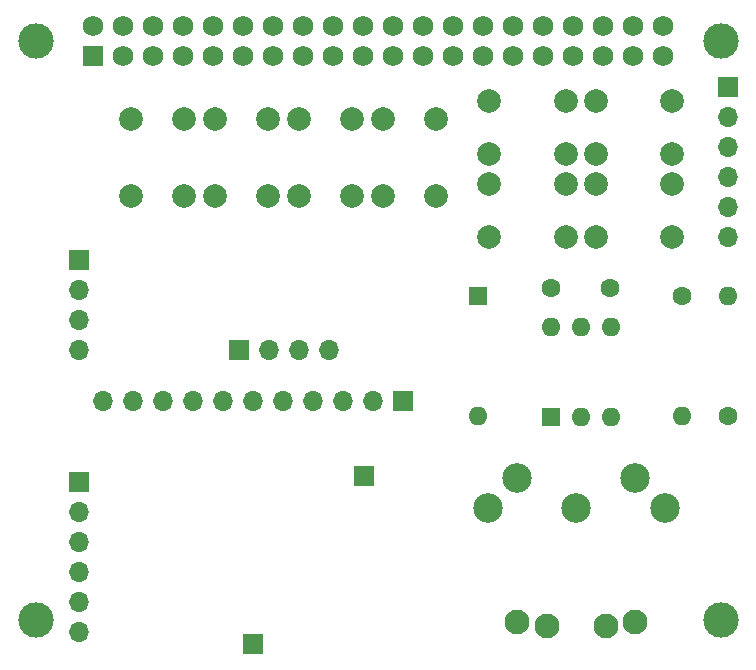
<source format=gbr>
G04 #@! TF.GenerationSoftware,KiCad,Pcbnew,(5.1.9-0-10_14)*
G04 #@! TF.CreationDate,2021-06-13T18:11:18+01:00*
G04 #@! TF.ProjectId,mt32-pi-midi-hat,6d743332-2d70-4692-9d6d-6964692d6861,rev?*
G04 #@! TF.SameCoordinates,Original*
G04 #@! TF.FileFunction,Soldermask,Bot*
G04 #@! TF.FilePolarity,Negative*
%FSLAX46Y46*%
G04 Gerber Fmt 4.6, Leading zero omitted, Abs format (unit mm)*
G04 Created by KiCad (PCBNEW (5.1.9-0-10_14)) date 2021-06-13 18:11:18*
%MOMM*%
%LPD*%
G01*
G04 APERTURE LIST*
%ADD10C,2.000000*%
%ADD11O,1.700000X1.700000*%
%ADD12R,1.700000X1.700000*%
%ADD13C,3.000000*%
%ADD14C,1.750000*%
%ADD15R,1.750000X1.750000*%
%ADD16O,1.600000X1.600000*%
%ADD17C,1.600000*%
%ADD18R,1.600000X1.600000*%
%ADD19C,2.500000*%
%ADD20C,2.100000*%
G04 APERTURE END LIST*
D10*
X110337600Y-85854400D03*
X114837600Y-85854400D03*
X110337600Y-92354400D03*
X114837600Y-92354400D03*
X117449600Y-85854400D03*
X121949600Y-85854400D03*
X117449600Y-92354400D03*
X121949600Y-92354400D03*
X124561600Y-85854400D03*
X129061600Y-85854400D03*
X124561600Y-92354400D03*
X129061600Y-92354400D03*
X131673600Y-85854400D03*
X136173600Y-85854400D03*
X131673600Y-92354400D03*
X136173600Y-92354400D03*
X156156800Y-91338400D03*
X156156800Y-95838400D03*
X149656800Y-91338400D03*
X149656800Y-95838400D03*
X156156800Y-84328000D03*
X156156800Y-88828000D03*
X149656800Y-84328000D03*
X149656800Y-88828000D03*
X147114400Y-84328000D03*
X147114400Y-88828000D03*
X140614400Y-84328000D03*
X140614400Y-88828000D03*
X147114400Y-91338400D03*
X147114400Y-95838400D03*
X140614400Y-91338400D03*
X140614400Y-95838400D03*
D11*
X160883600Y-95808800D03*
X160883600Y-93268800D03*
X160883600Y-90728800D03*
X160883600Y-88188800D03*
X160883600Y-85648800D03*
D12*
X160883600Y-83108800D03*
X120650000Y-130302000D03*
D11*
X127050800Y-105410000D03*
X124510800Y-105410000D03*
X121970800Y-105410000D03*
D12*
X119430800Y-105410000D03*
D11*
X107950000Y-109728000D03*
X110490000Y-109728000D03*
X113030000Y-109728000D03*
X115570000Y-109728000D03*
X118110000Y-109728000D03*
X120650000Y-109728000D03*
X123190000Y-109728000D03*
X125730000Y-109728000D03*
X128270000Y-109728000D03*
X130810000Y-109728000D03*
D12*
X133350000Y-109728000D03*
X130048000Y-116078000D03*
D13*
X160254500Y-128248000D03*
X102254500Y-128248000D03*
X160254500Y-79248000D03*
X102254500Y-79248000D03*
D14*
X155384500Y-80518000D03*
X155384500Y-77978000D03*
X152844500Y-80518000D03*
X152844500Y-77978000D03*
X150304500Y-80518000D03*
X150304500Y-77978000D03*
X147764500Y-80518000D03*
X147764500Y-77978000D03*
X145224500Y-80518000D03*
X145224500Y-77978000D03*
X137604500Y-77978000D03*
X137604500Y-80518000D03*
X132524500Y-77978000D03*
X132524500Y-80518000D03*
X129984500Y-77978000D03*
X129984500Y-80518000D03*
X127444500Y-77978000D03*
X127444500Y-80518000D03*
X124904500Y-77978000D03*
X124904500Y-80518000D03*
X122364500Y-77978000D03*
X122364500Y-80518000D03*
X119824500Y-77978000D03*
X119824500Y-80518000D03*
X117284500Y-77978000D03*
X117284500Y-80518000D03*
X114744500Y-77978000D03*
X114744500Y-80518000D03*
X112204500Y-77978000D03*
X112204500Y-80518000D03*
X109664500Y-77978000D03*
X109664500Y-80518000D03*
X107124500Y-77978000D03*
D15*
X107124500Y-80518000D03*
D14*
X135064500Y-80518000D03*
X135064500Y-77978000D03*
X142684500Y-77978000D03*
X142684500Y-80518000D03*
X140144500Y-77978000D03*
X140144500Y-80518000D03*
D16*
X160883600Y-100838000D03*
D17*
X160883600Y-110998000D03*
D16*
X156972000Y-110998000D03*
D17*
X156972000Y-100838000D03*
D16*
X139700000Y-110998000D03*
D18*
X139700000Y-100838000D03*
D19*
X153009600Y-116273200D03*
X143009600Y-116273200D03*
X155509600Y-118773200D03*
X148009600Y-118773200D03*
X140509600Y-118773200D03*
D20*
X143009600Y-128473200D03*
X153009600Y-128473200D03*
X145509600Y-128773200D03*
X150509600Y-128773200D03*
D11*
X105918000Y-129286000D03*
X105918000Y-126746000D03*
X105918000Y-124206000D03*
X105918000Y-121666000D03*
X105918000Y-119126000D03*
D12*
X105918000Y-116586000D03*
D17*
X150872200Y-100126800D03*
X145872200Y-100126800D03*
D16*
X145876000Y-103428800D03*
X150956000Y-111048800D03*
X148416000Y-103428800D03*
X148416000Y-111048800D03*
X150956000Y-103428800D03*
D18*
X145876000Y-111048800D03*
D11*
X105918000Y-105410000D03*
X105918000Y-102870000D03*
X105918000Y-100330000D03*
D12*
X105918000Y-97790000D03*
M02*

</source>
